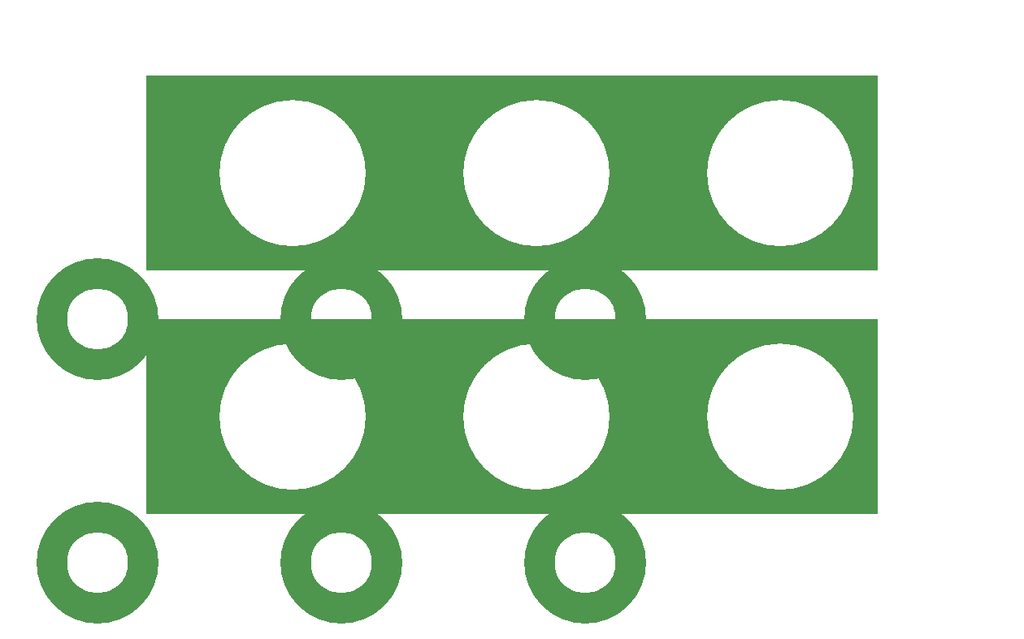
<source format=gbr>
%FSLAX33Y33*%
%MOIN*%
%ADD10R,1.0X0.5*%
%ADD11C,0.5X0.25*%
%SRX3Y2I1J1*%
D11*
X0Y0D03*
D10*
G75*
G36*
X200Y1000D02*
G01X1200D01*
G01Y200D01*
G01X200D01*
G01Y600D01*
G01X500D01*
G03X500Y600I300J0D01*
G01X200D01*
G01Y1000D01*
G37*
%SR*%
M02*

</source>
